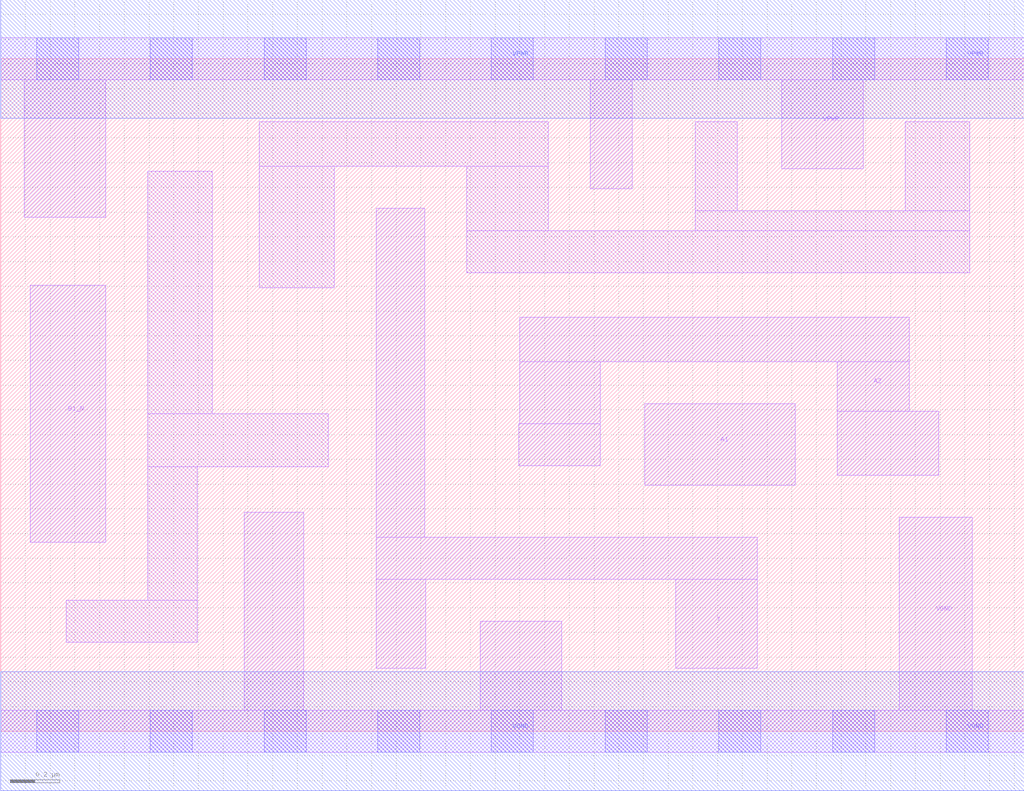
<source format=lef>
# Copyright 2020 The SkyWater PDK Authors
#
# Licensed under the Apache License, Version 2.0 (the "License");
# you may not use this file except in compliance with the License.
# You may obtain a copy of the License at
#
#     https://www.apache.org/licenses/LICENSE-2.0
#
# Unless required by applicable law or agreed to in writing, software
# distributed under the License is distributed on an "AS IS" BASIS,
# WITHOUT WARRANTIES OR CONDITIONS OF ANY KIND, either express or implied.
# See the License for the specific language governing permissions and
# limitations under the License.
#
# SPDX-License-Identifier: Apache-2.0

VERSION 5.7 ;
  NAMESCASESENSITIVE ON ;
  NOWIREEXTENSIONATPIN ON ;
  DIVIDERCHAR "/" ;
  BUSBITCHARS "[]" ;
UNITS
  DATABASE MICRONS 200 ;
END UNITS
MACRO sky130_fd_sc_hd__a21boi_2
  CLASS CORE ;
  SOURCE USER ;
  FOREIGN sky130_fd_sc_hd__a21boi_2 ;
  ORIGIN  0.000000  0.000000 ;
  SIZE  4.140000 BY  2.720000 ;
  SYMMETRY X Y R90 ;
  SITE unithd ;
  PIN A1
    ANTENNAGATEAREA  0.495000 ;
    DIRECTION INPUT ;
    USE SIGNAL ;
    PORT
      LAYER li1 ;
        RECT 2.605000 0.995000 3.215000 1.325000 ;
    END
  END A1
  PIN A2
    ANTENNAGATEAREA  0.495000 ;
    DIRECTION INPUT ;
    USE SIGNAL ;
    PORT
      LAYER li1 ;
        RECT 2.095000 1.075000 2.425000 1.245000 ;
        RECT 2.100000 1.245000 2.425000 1.495000 ;
        RECT 2.100000 1.495000 3.675000 1.675000 ;
        RECT 3.385000 1.035000 3.795000 1.295000 ;
        RECT 3.385000 1.295000 3.675000 1.495000 ;
    END
  END A2
  PIN B1_N
    ANTENNAGATEAREA  0.126000 ;
    DIRECTION INPUT ;
    USE SIGNAL ;
    PORT
      LAYER li1 ;
        RECT 0.120000 0.765000 0.425000 1.805000 ;
    END
  END B1_N
  PIN Y
    ANTENNADIFFAREA  0.627500 ;
    DIRECTION OUTPUT ;
    USE SIGNAL ;
    PORT
      LAYER li1 ;
        RECT 1.520000 0.255000 1.720000 0.615000 ;
        RECT 1.520000 0.615000 3.060000 0.785000 ;
        RECT 1.520000 0.785000 1.715000 2.115000 ;
        RECT 2.730000 0.255000 3.060000 0.615000 ;
    END
  END Y
  PIN VGND
    DIRECTION INOUT ;
    SHAPE ABUTMENT ;
    USE GROUND ;
    PORT
      LAYER li1 ;
        RECT 0.000000 -0.085000 4.140000 0.085000 ;
        RECT 0.985000  0.085000 1.225000 0.885000 ;
        RECT 1.940000  0.085000 2.270000 0.445000 ;
        RECT 3.635000  0.085000 3.930000 0.865000 ;
      LAYER mcon ;
        RECT 0.145000 -0.085000 0.315000 0.085000 ;
        RECT 0.605000 -0.085000 0.775000 0.085000 ;
        RECT 1.065000 -0.085000 1.235000 0.085000 ;
        RECT 1.525000 -0.085000 1.695000 0.085000 ;
        RECT 1.985000 -0.085000 2.155000 0.085000 ;
        RECT 2.445000 -0.085000 2.615000 0.085000 ;
        RECT 2.905000 -0.085000 3.075000 0.085000 ;
        RECT 3.365000 -0.085000 3.535000 0.085000 ;
        RECT 3.825000 -0.085000 3.995000 0.085000 ;
      LAYER met1 ;
        RECT 0.000000 -0.240000 4.140000 0.240000 ;
    END
  END VGND
  PIN VPWR
    DIRECTION INOUT ;
    SHAPE ABUTMENT ;
    USE POWER ;
    PORT
      LAYER li1 ;
        RECT 0.000000 2.635000 4.140000 2.805000 ;
        RECT 0.095000 2.080000 0.425000 2.635000 ;
        RECT 2.385000 2.195000 2.555000 2.635000 ;
        RECT 3.160000 2.275000 3.490000 2.635000 ;
      LAYER mcon ;
        RECT 0.145000 2.635000 0.315000 2.805000 ;
        RECT 0.605000 2.635000 0.775000 2.805000 ;
        RECT 1.065000 2.635000 1.235000 2.805000 ;
        RECT 1.525000 2.635000 1.695000 2.805000 ;
        RECT 1.985000 2.635000 2.155000 2.805000 ;
        RECT 2.445000 2.635000 2.615000 2.805000 ;
        RECT 2.905000 2.635000 3.075000 2.805000 ;
        RECT 3.365000 2.635000 3.535000 2.805000 ;
        RECT 3.825000 2.635000 3.995000 2.805000 ;
      LAYER met1 ;
        RECT 0.000000 2.480000 4.140000 2.960000 ;
    END
  END VPWR
  OBS
    LAYER li1 ;
      RECT 0.265000 0.360000 0.795000 0.530000 ;
      RECT 0.595000 0.530000 0.795000 1.070000 ;
      RECT 0.595000 1.070000 1.325000 1.285000 ;
      RECT 0.595000 1.285000 0.855000 2.265000 ;
      RECT 1.045000 1.795000 1.350000 2.285000 ;
      RECT 1.045000 2.285000 2.215000 2.465000 ;
      RECT 1.885000 1.855000 3.920000 2.025000 ;
      RECT 1.885000 2.025000 2.215000 2.285000 ;
      RECT 2.810000 2.025000 3.920000 2.105000 ;
      RECT 2.810000 2.105000 2.980000 2.465000 ;
      RECT 3.660000 2.105000 3.920000 2.465000 ;
  END
END sky130_fd_sc_hd__a21boi_2
END LIBRARY

</source>
